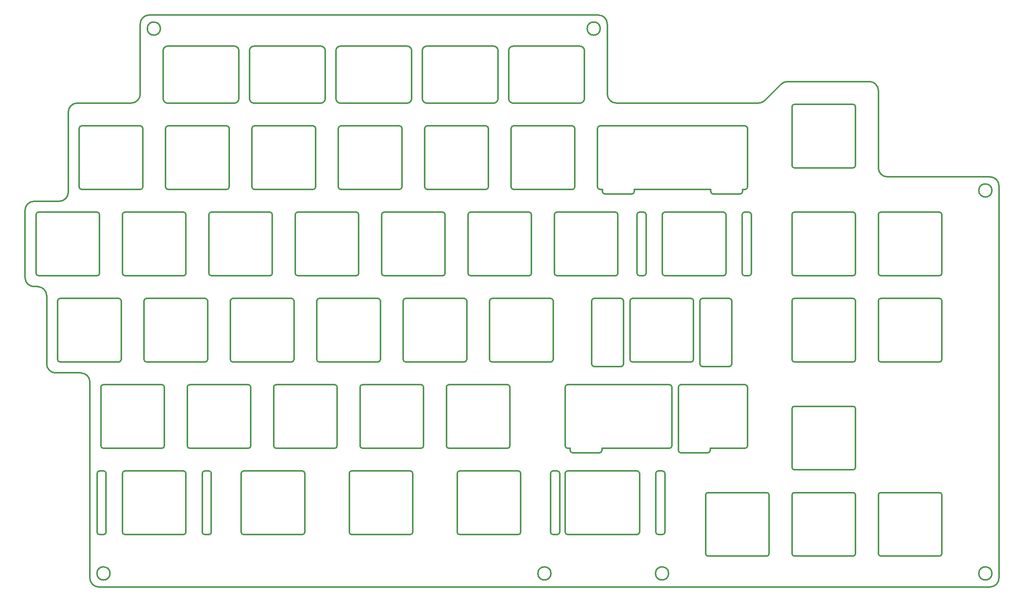
<source format=gm1>
%TF.GenerationSoftware,KiCad,Pcbnew,(6.0.5)*%
%TF.CreationDate,2022-07-28T20:29:51-06:00*%
%TF.ProjectId,plate-right,706c6174-652d-4726-9967-68742e6b6963,rev?*%
%TF.SameCoordinates,Original*%
%TF.FileFunction,Profile,NP*%
%FSLAX46Y46*%
G04 Gerber Fmt 4.6, Leading zero omitted, Abs format (unit mm)*
G04 Created by KiCad (PCBNEW (6.0.5)) date 2022-07-28 20:29:51*
%MOMM*%
%LPD*%
G01*
G04 APERTURE LIST*
%TA.AperFunction,Profile*%
%ADD10C,0.300000*%
%TD*%
G04 APERTURE END LIST*
D10*
X141572803Y-84596447D02*
X141572803Y-71596447D01*
X177791553Y-90146353D02*
G75*
G03*
X177291553Y-90646447I47J-500047D01*
G01*
X129141753Y-35418447D02*
G75*
G03*
X128141803Y-34418447I-999953J47D01*
G01*
X232060303Y-133508947D02*
X232060303Y-146508947D01*
X93160303Y-109196447D02*
X80160303Y-109196447D01*
X58185253Y-151846447D02*
G75*
G03*
X60185303Y-153846447I2000047J47D01*
G01*
X152691553Y-128246447D02*
X139691553Y-128246447D01*
X67291803Y-46996453D02*
G75*
G03*
X69291803Y-44996447I-3J2000003D01*
G01*
X159785303Y-128746447D02*
X159785303Y-141746447D01*
X186029053Y-123196353D02*
G75*
G03*
X186529053Y-122696447I47J499953D01*
G01*
X79372753Y-128746447D02*
G75*
G03*
X78872803Y-128246447I-499953J47D01*
G01*
X232060253Y-61283947D02*
G75*
G03*
X234060303Y-63283947I2000047J47D01*
G01*
X48660253Y-104571447D02*
G75*
G03*
X50660303Y-106571447I2000047J47D01*
G01*
X180835303Y-71596447D02*
X180835303Y-84596447D01*
X161785303Y-141746447D02*
X161785303Y-128746447D01*
X65372753Y-141746447D02*
G75*
G03*
X65872803Y-142246447I500047J47D01*
G01*
X91041753Y-35418447D02*
G75*
G03*
X90041803Y-34418447I-999953J47D01*
G01*
X160285303Y-128246403D02*
G75*
G03*
X159785303Y-128746447I-3J-499997D01*
G01*
X202697803Y-66046447D02*
X202110803Y-66046447D01*
X246060303Y-146508947D02*
X246060303Y-133508947D01*
X131491753Y-46018447D02*
G75*
G03*
X132491803Y-47018447I1000047J47D01*
G01*
X80160303Y-123196447D02*
X93160303Y-123196447D01*
X94391803Y-47018447D02*
X109091803Y-47018447D01*
X65372803Y-71596447D02*
X65372803Y-84596447D01*
X131260303Y-123196447D02*
X118260303Y-123196447D01*
X164597803Y-66046447D02*
X151597803Y-66046447D01*
X245560303Y-90146447D02*
X232560303Y-90146447D01*
X122522803Y-84596447D02*
X122522803Y-71596447D01*
X175353553Y-105146447D02*
X169353553Y-105146447D01*
X155072803Y-85096403D02*
G75*
G03*
X155572803Y-84596447I-3J500003D01*
G01*
X109091803Y-47018403D02*
G75*
G03*
X110091803Y-46018447I-3J1000003D01*
G01*
X174622803Y-71596447D02*
X174622803Y-84596447D01*
X88897803Y-65546447D02*
X88897803Y-52546447D01*
X177291553Y-90646447D02*
X177291553Y-103646447D01*
X148191753Y-35418447D02*
G75*
G03*
X147191803Y-34418447I-999953J47D01*
G01*
X65872803Y-85096447D02*
X78872803Y-85096447D01*
X146835303Y-104146447D02*
X159835303Y-104146447D01*
X163504053Y-109196447D02*
X186029053Y-109196447D01*
X107947803Y-52546447D02*
X107947803Y-65546447D01*
X165097753Y-52546447D02*
G75*
G03*
X164597803Y-52046447I-499953J47D01*
G01*
X117472753Y-71596447D02*
G75*
G03*
X116972803Y-71096447I-499953J47D01*
G01*
X195110753Y-66546447D02*
G75*
G03*
X195610803Y-67046447I500047J47D01*
G01*
X159835303Y-104146403D02*
G75*
G03*
X160335303Y-103646447I-3J500003D01*
G01*
X59772803Y-128746447D02*
X59772803Y-141746447D01*
X139691553Y-142246447D02*
X152691553Y-142246447D01*
X55847753Y-65546447D02*
G75*
G03*
X56347803Y-66046447I500047J47D01*
G01*
X178885303Y-142246447D02*
X163504053Y-142246447D01*
X201610803Y-67046403D02*
G75*
G03*
X202110803Y-66546447I-3J500003D01*
G01*
X161122803Y-71096447D02*
X174122803Y-71096447D01*
X167241803Y-46018447D02*
X167241803Y-35418447D01*
X127285253Y-103646447D02*
G75*
G03*
X127785303Y-104146447I500047J47D01*
G01*
X103185253Y-90646447D02*
G75*
G03*
X102685303Y-90146447I-499953J47D01*
G01*
X230060303Y-42233947D02*
X212039845Y-42233947D01*
X232560303Y-104146447D02*
X245560303Y-104146447D01*
X128141803Y-47018403D02*
G75*
G03*
X129141803Y-46018447I-3J1000003D01*
G01*
X107447803Y-66046403D02*
G75*
G03*
X107947803Y-65546447I-3J500003D01*
G01*
X91041803Y-46018447D02*
X91041803Y-35418447D01*
X184435253Y-84596447D02*
G75*
G03*
X184935303Y-85096447I500047J47D01*
G01*
X167241753Y-35418447D02*
G75*
G03*
X166241803Y-34418447I-999953J47D01*
G01*
X105566553Y-128746447D02*
G75*
G03*
X105066553Y-128246447I-499953J47D01*
G01*
X226510303Y-133008947D02*
X213510303Y-133008947D01*
X132491803Y-47018447D02*
X147191803Y-47018447D01*
X178234803Y-66046447D02*
X178234803Y-66546447D01*
X245560303Y-85096403D02*
G75*
G03*
X246060303Y-84596447I-3J500003D01*
G01*
X213510303Y-104146447D02*
X226510303Y-104146447D01*
X99210303Y-109196447D02*
X112210303Y-109196447D01*
X175353553Y-105146353D02*
G75*
G03*
X175853553Y-104646447I47J499953D01*
G01*
X171234803Y-66046447D02*
X170647803Y-66046447D01*
X232060253Y-84596447D02*
G75*
G03*
X232560303Y-85096447I500047J47D01*
G01*
X122235303Y-90646447D02*
X122235303Y-103646447D01*
X227010253Y-47783947D02*
G75*
G03*
X226510303Y-47283947I-499953J47D01*
G01*
X142072803Y-71096447D02*
X155072803Y-71096447D01*
X136022803Y-85096403D02*
G75*
G03*
X136522803Y-84596447I-3J500003D01*
G01*
X82972753Y-141746447D02*
G75*
G03*
X83472803Y-142246447I500047J47D01*
G01*
X88397803Y-66046403D02*
G75*
G03*
X88897803Y-65546447I-3J500003D01*
G01*
X178835253Y-84596447D02*
G75*
G03*
X179335303Y-85096447I500047J47D01*
G01*
X113497803Y-52046403D02*
G75*
G03*
X112997803Y-52546447I-3J-499997D01*
G01*
X58185253Y-108571447D02*
G75*
G03*
X56185303Y-106571447I-1999953J47D01*
G01*
X89685303Y-90146447D02*
X102685303Y-90146447D01*
X136522803Y-71596447D02*
X136522803Y-84596447D01*
X84135253Y-90646447D02*
G75*
G03*
X83635303Y-90146447I-499953J47D01*
G01*
X46322753Y-84596447D02*
G75*
G03*
X46822803Y-85096447I500047J47D01*
G01*
X69847753Y-52546447D02*
G75*
G03*
X69347803Y-52046447I-499953J47D01*
G01*
X185810303Y-150846447D02*
G75*
G03*
X185810303Y-150846447I-1450000J0D01*
G01*
X65872803Y-128246447D02*
X78872803Y-128246447D01*
X50660303Y-106571447D02*
X56185303Y-106571447D01*
X155072803Y-85096447D02*
X142072803Y-85096447D01*
X199229553Y-105146353D02*
G75*
G03*
X199729553Y-104646447I47J499953D01*
G01*
X45897803Y-68671453D02*
G75*
G03*
X43897803Y-70671447I-3J-1999997D01*
G01*
X227010303Y-47783947D02*
X227010303Y-60783947D01*
X74110303Y-123196403D02*
G75*
G03*
X74610303Y-122696447I-3J500003D01*
G01*
X227010303Y-71596447D02*
X227010303Y-84596447D01*
X192729553Y-90646447D02*
X192729553Y-104646447D01*
X257110303Y-150846447D02*
G75*
G03*
X257110303Y-150846447I-1450000J0D01*
G01*
X112441803Y-35418447D02*
X112441803Y-46018447D01*
X198435253Y-71596447D02*
G75*
G03*
X197935303Y-71096447I-499953J47D01*
G01*
X213510303Y-113958903D02*
G75*
G03*
X213010303Y-114458947I-3J-499997D01*
G01*
X203197753Y-109696447D02*
G75*
G03*
X202697803Y-109196447I-499953J47D01*
G01*
X123022803Y-71096403D02*
G75*
G03*
X122522803Y-71596447I-3J-499997D01*
G01*
X203197803Y-52546447D02*
X203197803Y-65546447D01*
X112710303Y-109696447D02*
X112710303Y-122696447D01*
X131760303Y-109696447D02*
X131760303Y-122696447D01*
X163504053Y-109196353D02*
G75*
G03*
X163004053Y-109696447I47J-500047D01*
G01*
X127285303Y-90646447D02*
X127285303Y-103646447D01*
X194967053Y-123196447D02*
X202697803Y-123196447D01*
X187967053Y-123696447D02*
G75*
G03*
X188467053Y-124196447I500047J47D01*
G01*
X184935303Y-71096447D02*
X197935303Y-71096447D01*
X132047803Y-52546447D02*
X132047803Y-65546447D01*
X184935303Y-71096403D02*
G75*
G03*
X184435303Y-71596447I-3J-499997D01*
G01*
X232560303Y-85096447D02*
X245560303Y-85096447D01*
X183485303Y-128246447D02*
X184485303Y-128246447D01*
X170147803Y-65546447D02*
X170147803Y-52546447D01*
X69847803Y-65546447D02*
X69847803Y-52546447D01*
X213510303Y-47283947D02*
X226510303Y-47283947D01*
X78872803Y-85096403D02*
G75*
G03*
X79372803Y-84596447I-3J500003D01*
G01*
X115379053Y-141746447D02*
G75*
G03*
X115879053Y-142246447I500047J47D01*
G01*
X56347803Y-52046403D02*
G75*
G03*
X55847803Y-52546447I-3J-499997D01*
G01*
X160335303Y-103646447D02*
X160335303Y-90646447D01*
X103972803Y-71096447D02*
X116972803Y-71096447D01*
X150310303Y-123196403D02*
G75*
G03*
X150810303Y-122696447I-3J500003D01*
G01*
X45897803Y-87521447D02*
X46660303Y-87521447D01*
X78872803Y-142246447D02*
X65872803Y-142246447D01*
X60272803Y-128246403D02*
G75*
G03*
X59772803Y-128746447I-3J-499997D01*
G01*
X147191803Y-34418447D02*
X132491803Y-34418447D01*
X58185303Y-108571447D02*
X58185303Y-151846447D01*
X151597803Y-52046403D02*
G75*
G03*
X151097803Y-52546447I-3J-499997D01*
G01*
X43897753Y-85521447D02*
G75*
G03*
X45897803Y-87521447I2000047J47D01*
G01*
X126997803Y-52546447D02*
X126997803Y-65546447D01*
X116972803Y-85096447D02*
X103972803Y-85096447D01*
X56347803Y-66046447D02*
X69347803Y-66046447D01*
X151541803Y-34418403D02*
G75*
G03*
X150541803Y-35418447I-3J-999997D01*
G01*
X126497803Y-66046403D02*
G75*
G03*
X126997803Y-65546447I-3J500003D01*
G01*
X94447803Y-52046447D02*
X107447803Y-52046447D01*
X108235253Y-103646447D02*
G75*
G03*
X108735303Y-104146447I500047J47D01*
G01*
X97922803Y-85096403D02*
G75*
G03*
X98422803Y-84596447I-3J500003D01*
G01*
X89185303Y-103646447D02*
X89185303Y-90646447D01*
X227010303Y-127458947D02*
X227010303Y-114458947D01*
X226510303Y-127958903D02*
G75*
G03*
X227010303Y-127458947I-3J500003D01*
G01*
X117760303Y-122696447D02*
X117760303Y-109696447D01*
X164091053Y-123196447D02*
X163504053Y-123196447D01*
X94447803Y-52046403D02*
G75*
G03*
X93947803Y-52546447I-3J-499997D01*
G01*
X195110803Y-66046447D02*
X178234803Y-66046447D01*
X84972753Y-128746447D02*
G75*
G03*
X84472803Y-128246447I-499953J47D01*
G01*
X193960303Y-146508947D02*
X193960303Y-133508947D01*
X116972803Y-85096403D02*
G75*
G03*
X117472803Y-84596447I-3J500003D01*
G01*
X153191553Y-141746447D02*
X153191553Y-128746447D01*
X163504053Y-128246353D02*
G75*
G03*
X163004053Y-128746447I47J-500047D01*
G01*
X60185303Y-153846447D02*
X256660303Y-153846447D01*
X177291553Y-103646447D02*
G75*
G03*
X177791553Y-104146447I500047J47D01*
G01*
X213010253Y-146508947D02*
G75*
G03*
X213510303Y-147008947I500047J47D01*
G01*
X226510303Y-104146403D02*
G75*
G03*
X227010303Y-103646447I-3J500003D01*
G01*
X147191803Y-47018403D02*
G75*
G03*
X148191803Y-46018447I-3J1000003D01*
G01*
X93660253Y-109696447D02*
G75*
G03*
X93160303Y-109196447I-499953J47D01*
G01*
X172291753Y-29546447D02*
G75*
G03*
X170291803Y-27546447I-1999953J47D01*
G01*
X183485303Y-128246403D02*
G75*
G03*
X182985303Y-128746447I-3J-499997D01*
G01*
X110091803Y-46018447D02*
X110091803Y-35418447D01*
X84472803Y-142246403D02*
G75*
G03*
X84972803Y-141746447I-3J500003D01*
G01*
X150310303Y-109196447D02*
X137310303Y-109196447D01*
X65372753Y-84596447D02*
G75*
G03*
X65872803Y-85096447I500047J47D01*
G01*
X203197803Y-122696447D02*
X203197803Y-109696447D01*
X112441753Y-46018447D02*
G75*
G03*
X113441803Y-47018447I1000047J47D01*
G01*
X146335253Y-103646447D02*
G75*
G03*
X146835303Y-104146447I500047J47D01*
G01*
X84922803Y-71096403D02*
G75*
G03*
X84422803Y-71596447I-3J-499997D01*
G01*
X142072803Y-71096403D02*
G75*
G03*
X141572803Y-71596447I-3J-499997D01*
G01*
X74341753Y-46018447D02*
G75*
G03*
X75341803Y-47018447I1000047J47D01*
G01*
X75341803Y-47018447D02*
X90041803Y-47018447D01*
X92066553Y-142246447D02*
X105066553Y-142246447D01*
X258660253Y-65283947D02*
G75*
G03*
X256660303Y-63283947I-1999953J47D01*
G01*
X159785253Y-141746447D02*
G75*
G03*
X160285303Y-142246447I500047J47D01*
G01*
X171234803Y-66546447D02*
X171234803Y-66046447D01*
X191291553Y-90646447D02*
G75*
G03*
X190791553Y-90146447I-499953J47D01*
G01*
X78872803Y-71096447D02*
X65872803Y-71096447D01*
X213510303Y-133008903D02*
G75*
G03*
X213010303Y-133508947I-3J-499997D01*
G01*
X258660303Y-151846447D02*
X258660303Y-65283947D01*
X171234753Y-66546447D02*
G75*
G03*
X171734803Y-67046447I500047J47D01*
G01*
X74897753Y-65546447D02*
G75*
G03*
X75397803Y-66046447I500047J47D01*
G01*
X91566553Y-128746447D02*
X91566553Y-141746447D01*
X179385303Y-128746447D02*
X179385303Y-141746447D01*
X160622803Y-84596447D02*
X160622803Y-71596447D01*
X163004053Y-141746447D02*
G75*
G03*
X163504053Y-142246447I500047J47D01*
G01*
X79660303Y-109696447D02*
X79660303Y-122696447D01*
X213010303Y-133508947D02*
X213010303Y-146508947D01*
X141285303Y-103646447D02*
X141285303Y-90646447D01*
X161785253Y-128746447D02*
G75*
G03*
X161285303Y-128246447I-499953J47D01*
G01*
X226510303Y-90146447D02*
X213510303Y-90146447D01*
X159872803Y-150846447D02*
G75*
G03*
X159872803Y-150846447I-1450000J0D01*
G01*
X170591053Y-124196353D02*
G75*
G03*
X171091053Y-123696447I47J499953D01*
G01*
X161285303Y-128246447D02*
X160285303Y-128246447D01*
X102685303Y-104146447D02*
X89685303Y-104146447D01*
X202535303Y-71096447D02*
X203535303Y-71096447D01*
X232560303Y-133008903D02*
G75*
G03*
X232060303Y-133508947I-3J-499997D01*
G01*
X232060253Y-44233947D02*
G75*
G03*
X230060303Y-42233947I-1999953J47D01*
G01*
X160622753Y-84596447D02*
G75*
G03*
X161122803Y-85096447I500047J47D01*
G01*
X105066553Y-128246447D02*
X92066553Y-128246447D01*
X74110303Y-123196447D02*
X61110303Y-123196447D01*
X146335303Y-90646447D02*
X146335303Y-103646447D01*
X131760253Y-109696447D02*
G75*
G03*
X131260303Y-109196447I-499953J47D01*
G01*
X227010253Y-71596447D02*
G75*
G03*
X226510303Y-71096447I-499953J47D01*
G01*
X90041803Y-34418447D02*
X75341803Y-34418447D01*
X194460303Y-133008903D02*
G75*
G03*
X193960303Y-133508947I-3J-499997D01*
G01*
X179335303Y-71096403D02*
G75*
G03*
X178835303Y-71596447I-3J-499997D01*
G01*
X105066553Y-142246353D02*
G75*
G03*
X105566553Y-141746447I47J499953D01*
G01*
X150810253Y-109696447D02*
G75*
G03*
X150310303Y-109196447I-499953J47D01*
G01*
X59822803Y-71096447D02*
X46822803Y-71096447D01*
X132047753Y-65546447D02*
G75*
G03*
X132547803Y-66046447I500047J47D01*
G01*
X232560303Y-71096403D02*
G75*
G03*
X232060303Y-71596447I-3J-499997D01*
G01*
X136810253Y-122696447D02*
G75*
G03*
X137310303Y-123196447I500047J47D01*
G01*
X93660303Y-122696447D02*
X93660303Y-109696447D01*
X152691553Y-142246353D02*
G75*
G03*
X153191553Y-141746447I47J499953D01*
G01*
X187967053Y-109696447D02*
X187967053Y-123696447D01*
X139691553Y-128246353D02*
G75*
G03*
X139191553Y-128746447I47J-500047D01*
G01*
X170291803Y-27546447D02*
X71291803Y-27546447D01*
X83635303Y-104146403D02*
G75*
G03*
X84135303Y-103646447I-3J500003D01*
G01*
X168853553Y-104646447D02*
X168853553Y-90646447D01*
X169353553Y-90146353D02*
G75*
G03*
X168853553Y-90646447I47J-500047D01*
G01*
X194460303Y-133008947D02*
X207460303Y-133008947D01*
X61772803Y-141746447D02*
X61772803Y-128746447D01*
X203535303Y-85096447D02*
X202535303Y-85096447D01*
X88897753Y-52546447D02*
G75*
G03*
X88397803Y-52046447I-499953J47D01*
G01*
X103472753Y-84596447D02*
G75*
G03*
X103972803Y-85096447I500047J47D01*
G01*
X155572753Y-71596447D02*
G75*
G03*
X155072803Y-71096447I-499953J47D01*
G01*
X207960303Y-133508947D02*
X207960303Y-146508947D01*
X78872803Y-142246403D02*
G75*
G03*
X79372803Y-141746447I-3J500003D01*
G01*
X92066553Y-128246353D02*
G75*
G03*
X91566553Y-128746447I47J-500047D01*
G01*
X122235253Y-90646447D02*
G75*
G03*
X121735303Y-90146447I-499953J47D01*
G01*
X60322753Y-71596447D02*
G75*
G03*
X59822803Y-71096447I-499953J47D01*
G01*
X55847803Y-52546447D02*
X55847803Y-65546447D01*
X202035303Y-84596447D02*
X202035303Y-71596447D01*
X161285303Y-142246403D02*
G75*
G03*
X161785303Y-141746447I-3J500003D01*
G01*
X194967053Y-123696447D02*
X194967053Y-123196447D01*
X150541803Y-35418447D02*
X150541803Y-46018447D01*
X168853553Y-104646447D02*
G75*
G03*
X169353553Y-105146447I500047J47D01*
G01*
X131491803Y-35418447D02*
X131491803Y-46018447D01*
X132547803Y-66046447D02*
X145547803Y-66046447D01*
X213510303Y-71096447D02*
X226510303Y-71096447D01*
X179385253Y-128746447D02*
G75*
G03*
X178885303Y-128246447I-499953J47D01*
G01*
X202697803Y-123196403D02*
G75*
G03*
X203197803Y-122696447I-3J500003D01*
G01*
X112210303Y-123196403D02*
G75*
G03*
X112710303Y-122696447I-3J500003D01*
G01*
X60272803Y-142246447D02*
X61272803Y-142246447D01*
X177734803Y-67046447D02*
X171734803Y-67046447D01*
X197935303Y-85096403D02*
G75*
G03*
X198435303Y-84596447I-3J500003D01*
G01*
X127785303Y-104146447D02*
X140785303Y-104146447D01*
X226510303Y-85096447D02*
X213510303Y-85096447D01*
X160335253Y-90646447D02*
G75*
G03*
X159835303Y-90146447I-499953J47D01*
G01*
X126997753Y-52546447D02*
G75*
G03*
X126497803Y-52046447I-499953J47D01*
G01*
X103185303Y-90646447D02*
X103185303Y-103646447D01*
X61110303Y-109196447D02*
X74110303Y-109196447D01*
X202035253Y-84596447D02*
G75*
G03*
X202535303Y-85096447I500047J47D01*
G01*
X207460303Y-147008903D02*
G75*
G03*
X207960303Y-146508947I-3J500003D01*
G01*
X226510303Y-61283947D02*
X213510303Y-61283947D01*
X163004053Y-122696447D02*
G75*
G03*
X163504053Y-123196447I500047J47D01*
G01*
X97922803Y-71096447D02*
X84922803Y-71096447D01*
X79372803Y-84596447D02*
X79372803Y-71596447D01*
X146835303Y-90146403D02*
G75*
G03*
X146335303Y-90646447I-3J-499997D01*
G01*
X184485303Y-142246447D02*
X183485303Y-142246447D01*
X121735303Y-104146403D02*
G75*
G03*
X122235303Y-103646447I-3J500003D01*
G01*
X202697803Y-66046403D02*
G75*
G03*
X203197803Y-65546447I-3J500003D01*
G01*
X213510303Y-147008947D02*
X226510303Y-147008947D01*
X246060303Y-103646447D02*
X246060303Y-90646447D01*
X246060303Y-84596447D02*
X246060303Y-71596447D01*
X55422803Y-46996453D02*
G75*
G03*
X53422803Y-48996447I-3J-1999997D01*
G01*
X51085253Y-103646447D02*
G75*
G03*
X51585303Y-104146447I500047J47D01*
G01*
X51585303Y-90146403D02*
G75*
G03*
X51085303Y-90646447I-3J-499997D01*
G01*
X122522753Y-84596447D02*
G75*
G03*
X123022803Y-85096447I500047J47D01*
G01*
X70135253Y-103646447D02*
G75*
G03*
X70635303Y-104146447I500047J47D01*
G01*
X197935303Y-85096447D02*
X184935303Y-85096447D01*
X139191553Y-128746447D02*
X139191553Y-141746447D01*
X137310303Y-123196447D02*
X150310303Y-123196447D01*
X170147753Y-65546447D02*
G75*
G03*
X170647803Y-66046447I500047J47D01*
G01*
X103472803Y-84596447D02*
X103472803Y-71596447D01*
X174122803Y-85096447D02*
X161122803Y-85096447D01*
X245560303Y-104146403D02*
G75*
G03*
X246060303Y-103646447I-3J500003D01*
G01*
X93947753Y-65546447D02*
G75*
G03*
X94447803Y-66046447I500047J47D01*
G01*
X60610253Y-122696447D02*
G75*
G03*
X61110303Y-123196447I500047J47D01*
G01*
X99210303Y-109196403D02*
G75*
G03*
X98710303Y-109696447I-3J-499997D01*
G01*
X257110303Y-66283947D02*
G75*
G03*
X257110303Y-66283947I-1450000J0D01*
G01*
X118260303Y-109196403D02*
G75*
G03*
X117760303Y-109696447I-3J-499997D01*
G01*
X232060303Y-90646447D02*
X232060303Y-103646447D01*
X210625631Y-42819733D02*
X207034704Y-46410661D01*
X84422753Y-84596447D02*
G75*
G03*
X84922803Y-85096447I500047J47D01*
G01*
X188467053Y-109196353D02*
G75*
G03*
X187967053Y-109696447I47J-500047D01*
G01*
X205620491Y-46996447D02*
X174291803Y-46996447D01*
X202697803Y-109196447D02*
X188467053Y-109196447D01*
X190791553Y-90146447D02*
X177791553Y-90146447D01*
X202110803Y-66046447D02*
X202110803Y-66546447D01*
X79660253Y-122696447D02*
G75*
G03*
X80160303Y-123196447I500047J47D01*
G01*
X69291803Y-29546447D02*
X69291803Y-44996447D01*
X205620491Y-46996427D02*
G75*
G03*
X207034704Y-46410661I9J2000027D01*
G01*
X59772753Y-141746447D02*
G75*
G03*
X60272803Y-142246447I500047J47D01*
G01*
X60610303Y-122696447D02*
X60610303Y-109696447D01*
X115879053Y-128246447D02*
X128879053Y-128246447D01*
X232560303Y-90146403D02*
G75*
G03*
X232060303Y-90646447I-3J-499997D01*
G01*
X69347803Y-52046447D02*
X56347803Y-52046447D01*
X79372753Y-71596447D02*
G75*
G03*
X78872803Y-71096447I-499953J47D01*
G01*
X166241803Y-47018403D02*
G75*
G03*
X167241803Y-46018447I-3J1000003D01*
G01*
X169353553Y-90146447D02*
X175353553Y-90146447D01*
X226510303Y-113958947D02*
X213510303Y-113958947D01*
X170741803Y-30546447D02*
G75*
G03*
X170741803Y-30546447I-1450000J0D01*
G01*
X170591053Y-124196447D02*
X164591053Y-124196447D01*
X175853553Y-90646447D02*
G75*
G03*
X175353553Y-90146447I-499953J47D01*
G01*
X186529053Y-109696447D02*
X186529053Y-122696447D01*
X128879053Y-142246353D02*
G75*
G03*
X129379053Y-141746447I47J499953D01*
G01*
X61272803Y-128246447D02*
X60272803Y-128246447D01*
X202535303Y-71096403D02*
G75*
G03*
X202035303Y-71596447I-3J-499997D01*
G01*
X94391803Y-34418403D02*
G75*
G03*
X93391803Y-35418447I-3J-999997D01*
G01*
X226510303Y-61283903D02*
G75*
G03*
X227010303Y-60783947I-3J500003D01*
G01*
X213510303Y-71096403D02*
G75*
G03*
X213010303Y-71596447I-3J-499997D01*
G01*
X146047803Y-65546447D02*
X146047803Y-52546447D01*
X193229553Y-105146447D02*
X199229553Y-105146447D01*
X159835303Y-90146447D02*
X146835303Y-90146447D01*
X98422803Y-84596447D02*
X98422803Y-71596447D01*
X166241803Y-34418447D02*
X151541803Y-34418447D01*
X75341803Y-34418403D02*
G75*
G03*
X74341803Y-35418447I-3J-999997D01*
G01*
X204035303Y-71596447D02*
X204035303Y-84596447D01*
X199729553Y-90646447D02*
G75*
G03*
X199229553Y-90146447I-499953J47D01*
G01*
X207460303Y-147008947D02*
X194460303Y-147008947D01*
X93947803Y-65546447D02*
X93947803Y-52546447D01*
X51422803Y-68671447D02*
X45897803Y-68671447D01*
X75397803Y-66046447D02*
X88397803Y-66046447D01*
X212039845Y-42233994D02*
G75*
G03*
X210625631Y-42819733I-45J-2000006D01*
G01*
X151541803Y-47018447D02*
X166241803Y-47018447D01*
X146047753Y-52546447D02*
G75*
G03*
X145547803Y-52046447I-499953J47D01*
G01*
X112997753Y-65546447D02*
G75*
G03*
X113497803Y-66046447I500047J47D01*
G01*
X140785303Y-90146447D02*
X127785303Y-90146447D01*
X164091053Y-123696447D02*
G75*
G03*
X164591053Y-124196447I500047J47D01*
G01*
X51422803Y-68671453D02*
G75*
G03*
X53422803Y-66671447I-3J2000003D01*
G01*
X165097803Y-52546447D02*
X165097803Y-65546447D01*
X48660253Y-89521447D02*
G75*
G03*
X46660303Y-87521447I-1999953J47D01*
G01*
X112997803Y-65546447D02*
X112997803Y-52546447D01*
X213510303Y-127958947D02*
X226510303Y-127958947D01*
X82972803Y-141746447D02*
X82972803Y-128746447D01*
X93391753Y-46018447D02*
G75*
G03*
X94391803Y-47018447I1000047J47D01*
G01*
X109091803Y-34418447D02*
X94391803Y-34418447D01*
X61110303Y-109196403D02*
G75*
G03*
X60610303Y-109696447I-3J-499997D01*
G01*
X113497803Y-52046447D02*
X126497803Y-52046447D01*
X232060253Y-146508947D02*
G75*
G03*
X232560303Y-147008947I500047J47D01*
G01*
X180835253Y-71596447D02*
G75*
G03*
X180335303Y-71096447I-499953J47D01*
G01*
X93391803Y-35418447D02*
X93391803Y-46018447D01*
X207960253Y-133508947D02*
G75*
G03*
X207460303Y-133008947I-499953J47D01*
G01*
X246060253Y-133508947D02*
G75*
G03*
X245560303Y-133008947I-499953J47D01*
G01*
X112710253Y-109696447D02*
G75*
G03*
X112210303Y-109196447I-499953J47D01*
G01*
X61272803Y-142246403D02*
G75*
G03*
X61772803Y-141746447I-3J500003D01*
G01*
X164091053Y-123696447D02*
X164091053Y-123196447D01*
X256660303Y-63283947D02*
X234060303Y-63283947D01*
X70635303Y-90146447D02*
X83635303Y-90146447D01*
X115379053Y-141746447D02*
X115379053Y-128746447D01*
X136522753Y-71596447D02*
G75*
G03*
X136022803Y-71096447I-499953J47D01*
G01*
X180335303Y-85096403D02*
G75*
G03*
X180835303Y-84596447I-3J500003D01*
G01*
X155572803Y-71596447D02*
X155572803Y-84596447D01*
X132547803Y-52046403D02*
G75*
G03*
X132047803Y-52546447I-3J-499997D01*
G01*
X84135303Y-90646447D02*
X84135303Y-103646447D01*
X51085303Y-103646447D02*
X51085303Y-90646447D01*
X69347803Y-66046403D02*
G75*
G03*
X69847803Y-65546447I-3J500003D01*
G01*
X150541753Y-46018447D02*
G75*
G03*
X151541803Y-47018447I1000047J47D01*
G01*
X108235303Y-103646447D02*
X108235303Y-90646447D01*
X70635303Y-90146403D02*
G75*
G03*
X70135303Y-90646447I-3J-499997D01*
G01*
X195110803Y-66546447D02*
X195110803Y-66046447D01*
X201610803Y-67046447D02*
X195610803Y-67046447D01*
X151097753Y-65546447D02*
G75*
G03*
X151597803Y-66046447I500047J47D01*
G01*
X46822803Y-71096403D02*
G75*
G03*
X46322803Y-71596447I-3J-499997D01*
G01*
X46822803Y-85096447D02*
X59822803Y-85096447D01*
X59822803Y-85096403D02*
G75*
G03*
X60322803Y-84596447I-3J500003D01*
G01*
X184485303Y-142246403D02*
G75*
G03*
X184985303Y-141746447I-3J500003D01*
G01*
X178885303Y-142246403D02*
G75*
G03*
X179385303Y-141746447I-3J500003D01*
G01*
X148191803Y-46018447D02*
X148191803Y-35418447D01*
X129379053Y-128746447D02*
G75*
G03*
X128879053Y-128246447I-499953J47D01*
G01*
X199729553Y-104646447D02*
X199729553Y-90646447D01*
X140785303Y-104146403D02*
G75*
G03*
X141285303Y-103646447I-3J500003D01*
G01*
X136022803Y-85096447D02*
X123022803Y-85096447D01*
X172291803Y-44996447D02*
X172291803Y-29546447D01*
X84472803Y-142246447D02*
X83472803Y-142246447D01*
X184985303Y-128746447D02*
X184985303Y-141746447D01*
X203197753Y-52546447D02*
G75*
G03*
X202697803Y-52046447I-499953J47D01*
G01*
X65872803Y-71096403D02*
G75*
G03*
X65372803Y-71596447I-3J-499997D01*
G01*
X204035253Y-71596447D02*
G75*
G03*
X203535303Y-71096447I-499953J47D01*
G01*
X153191553Y-128746447D02*
G75*
G03*
X152691553Y-128246447I-499953J47D01*
G01*
X83472803Y-128246447D02*
X84472803Y-128246447D01*
X88397803Y-52046447D02*
X75397803Y-52046447D01*
X127785303Y-90146403D02*
G75*
G03*
X127285303Y-90646447I-3J-499997D01*
G01*
X71291803Y-27546403D02*
G75*
G03*
X69291803Y-29546447I-3J-1999997D01*
G01*
X74341803Y-35418447D02*
X74341803Y-46018447D01*
X118260303Y-109196447D02*
X131260303Y-109196447D01*
X84922803Y-85096447D02*
X97922803Y-85096447D01*
X245560303Y-71096447D02*
X232560303Y-71096447D01*
X213010303Y-84596447D02*
X213010303Y-71596447D01*
X232560303Y-147008947D02*
X245560303Y-147008947D01*
X126497803Y-66046447D02*
X113497803Y-66046447D01*
X227010303Y-146508947D02*
X227010303Y-133508947D01*
X170647803Y-52046447D02*
X202697803Y-52046447D01*
X73741803Y-30546447D02*
G75*
G03*
X73741803Y-30546447I-1450000J0D01*
G01*
X174122803Y-85096403D02*
G75*
G03*
X174622803Y-84596447I-3J500003D01*
G01*
X151097803Y-65546447D02*
X151097803Y-52546447D01*
X163004053Y-141746447D02*
X163004053Y-128746447D01*
X83472803Y-128246403D02*
G75*
G03*
X82972803Y-128746447I-3J-499997D01*
G01*
X91566553Y-141746447D02*
G75*
G03*
X92066553Y-142246447I500047J47D01*
G01*
X107447803Y-66046447D02*
X94447803Y-66046447D01*
X51585303Y-90146447D02*
X64585303Y-90146447D01*
X74610253Y-109696447D02*
G75*
G03*
X74110303Y-109196447I-499953J47D01*
G01*
X192729553Y-104646447D02*
G75*
G03*
X193229553Y-105146447I500047J47D01*
G01*
X184985253Y-128746447D02*
G75*
G03*
X184485303Y-128246447I-499953J47D01*
G01*
X108735303Y-90146447D02*
X121735303Y-90146447D01*
X117472803Y-71596447D02*
X117472803Y-84596447D01*
X182985303Y-141746447D02*
X182985303Y-128746447D01*
X108735303Y-90146403D02*
G75*
G03*
X108235303Y-90646447I-3J-499997D01*
G01*
X170647803Y-52046403D02*
G75*
G03*
X170147803Y-52546447I-3J-499997D01*
G01*
X90041803Y-47018403D02*
G75*
G03*
X91041803Y-46018447I-3J1000003D01*
G01*
X213510303Y-47283903D02*
G75*
G03*
X213010303Y-47783947I-3J-499997D01*
G01*
X65085303Y-90646447D02*
X65085303Y-103646447D01*
X232060303Y-71596447D02*
X232060303Y-84596447D01*
X163504053Y-128246447D02*
X178885303Y-128246447D01*
X129141803Y-46018447D02*
X129141803Y-35418447D01*
X48660303Y-89521447D02*
X48660303Y-104571447D01*
X61772753Y-128746447D02*
G75*
G03*
X61272803Y-128246447I-499953J47D01*
G01*
X246060253Y-71596447D02*
G75*
G03*
X245560303Y-71096447I-499953J47D01*
G01*
X213010253Y-84596447D02*
G75*
G03*
X213510303Y-85096447I500047J47D01*
G01*
X110091753Y-35418447D02*
G75*
G03*
X109091803Y-34418447I-999953J47D01*
G01*
X43897803Y-70671447D02*
X43897803Y-85521447D01*
X74610303Y-109696447D02*
X74610303Y-122696447D01*
X177734803Y-67046403D02*
G75*
G03*
X178234803Y-66546447I-3J500003D01*
G01*
X246060253Y-90646447D02*
G75*
G03*
X245560303Y-90146447I-499953J47D01*
G01*
X186529053Y-109696447D02*
G75*
G03*
X186029053Y-109196447I-499953J47D01*
G01*
X128141803Y-34418447D02*
X113441803Y-34418447D01*
X227010253Y-114458947D02*
G75*
G03*
X226510303Y-113958947I-499953J47D01*
G01*
X46322803Y-71596447D02*
X46322803Y-84596447D01*
X164597803Y-66046403D02*
G75*
G03*
X165097803Y-65546447I-3J500003D01*
G01*
X65372803Y-141746447D02*
X65372803Y-128746447D01*
X113441803Y-34418403D02*
G75*
G03*
X112441803Y-35418447I-3J-999997D01*
G01*
X103972803Y-71096403D02*
G75*
G03*
X103472803Y-71596447I-3J-499997D01*
G01*
X123022803Y-71096447D02*
X136022803Y-71096447D01*
X151597803Y-52046447D02*
X164597803Y-52046447D01*
X175853553Y-90646447D02*
X175853553Y-104646447D01*
X83635303Y-104146447D02*
X70635303Y-104146447D01*
X112210303Y-123196447D02*
X99210303Y-123196447D01*
X115879053Y-128246353D02*
G75*
G03*
X115379053Y-128746447I47J-500047D01*
G01*
X184435303Y-84596447D02*
X184435303Y-71596447D01*
X131260303Y-123196403D02*
G75*
G03*
X131760303Y-122696447I-3J500003D01*
G01*
X136810303Y-109696447D02*
X136810303Y-122696447D01*
X98422753Y-71596447D02*
G75*
G03*
X97922803Y-71096447I-499953J47D01*
G01*
X198435303Y-71596447D02*
X198435303Y-84596447D01*
X60322803Y-84596447D02*
X60322803Y-71596447D01*
X213010253Y-127458947D02*
G75*
G03*
X213510303Y-127958947I500047J47D01*
G01*
X245560303Y-147008903D02*
G75*
G03*
X246060303Y-146508947I-3J500003D01*
G01*
X179335303Y-71096447D02*
X180335303Y-71096447D01*
X70135303Y-103646447D02*
X70135303Y-90646447D01*
X213010303Y-114458947D02*
X213010303Y-127458947D01*
X226510303Y-147008903D02*
G75*
G03*
X227010303Y-146508947I-3J500003D01*
G01*
X129379053Y-128746447D02*
X129379053Y-141746447D01*
X191291553Y-103646447D02*
X191291553Y-90646447D01*
X93160303Y-123196403D02*
G75*
G03*
X93660303Y-122696447I-3J500003D01*
G01*
X117760253Y-122696447D02*
G75*
G03*
X118260303Y-123196447I500047J47D01*
G01*
X226510303Y-85096403D02*
G75*
G03*
X227010303Y-84596447I-3J500003D01*
G01*
X199229553Y-90146447D02*
X193229553Y-90146447D01*
X213510303Y-90146403D02*
G75*
G03*
X213010303Y-90646447I-3J-499997D01*
G01*
X160285303Y-142246447D02*
X161285303Y-142246447D01*
X80160303Y-109196403D02*
G75*
G03*
X79660303Y-109696447I-3J-499997D01*
G01*
X98710253Y-122696447D02*
G75*
G03*
X99210303Y-123196447I500047J47D01*
G01*
X107947753Y-52546447D02*
G75*
G03*
X107447803Y-52046447I-499953J47D01*
G01*
X137310303Y-109196403D02*
G75*
G03*
X136810303Y-109696447I-3J-499997D01*
G01*
X213010303Y-90646447D02*
X213010303Y-103646447D01*
X67291803Y-46996447D02*
X55422803Y-46996447D01*
X172291753Y-44996447D02*
G75*
G03*
X174291803Y-46996447I2000047J47D01*
G01*
X145547803Y-52046447D02*
X132547803Y-52046447D01*
X139191553Y-141746447D02*
G75*
G03*
X139691553Y-142246447I500047J47D01*
G01*
X232060253Y-103646447D02*
G75*
G03*
X232560303Y-104146447I500047J47D01*
G01*
X84422803Y-71596447D02*
X84422803Y-84596447D01*
X194467053Y-124196353D02*
G75*
G03*
X194967053Y-123696447I47J499953D01*
G01*
X193229553Y-90146353D02*
G75*
G03*
X192729553Y-90646447I47J-500047D01*
G01*
X227010253Y-90646447D02*
G75*
G03*
X226510303Y-90146447I-499953J47D01*
G01*
X102685303Y-104146403D02*
G75*
G03*
X103185303Y-103646447I-3J500003D01*
G01*
X193960253Y-146508947D02*
G75*
G03*
X194460303Y-147008947I500047J47D01*
G01*
X163004053Y-122696447D02*
X163004053Y-109696447D01*
X171091053Y-123196447D02*
X171091053Y-123696447D01*
X53422803Y-48996447D02*
X53422803Y-66671447D01*
X145547803Y-66046403D02*
G75*
G03*
X146047803Y-65546447I-3J500003D01*
G01*
X213010253Y-60783947D02*
G75*
G03*
X213510303Y-61283947I500047J47D01*
G01*
X227010253Y-133508947D02*
G75*
G03*
X226510303Y-133008947I-499953J47D01*
G01*
X180335303Y-85096447D02*
X179335303Y-85096447D01*
X79372803Y-128746447D02*
X79372803Y-141746447D01*
X121735303Y-104146447D02*
X108735303Y-104146447D01*
X65085253Y-90646447D02*
G75*
G03*
X64585303Y-90146447I-499953J47D01*
G01*
X188467053Y-124196447D02*
X194467053Y-124196447D01*
X232060303Y-61283947D02*
X232060303Y-44233947D01*
X128879053Y-142246447D02*
X115879053Y-142246447D01*
X190791553Y-104146353D02*
G75*
G03*
X191291553Y-103646447I47J499953D01*
G01*
X89685303Y-90146403D02*
G75*
G03*
X89185303Y-90646447I-3J-499997D01*
G01*
X64585303Y-104146403D02*
G75*
G03*
X65085303Y-103646447I-3J500003D01*
G01*
X182985253Y-141746447D02*
G75*
G03*
X183485303Y-142246447I500047J47D01*
G01*
X113441803Y-47018447D02*
X128141803Y-47018447D01*
X174622753Y-71596447D02*
G75*
G03*
X174122803Y-71096447I-499953J47D01*
G01*
X150810303Y-122696447D02*
X150810303Y-109696447D01*
X245560303Y-133008947D02*
X232560303Y-133008947D01*
X227010303Y-103646447D02*
X227010303Y-90646447D01*
X105566553Y-141746447D02*
X105566553Y-128746447D01*
X178835303Y-84596447D02*
X178835303Y-71596447D01*
X62635303Y-150846447D02*
G75*
G03*
X62635303Y-150846447I-1450000J0D01*
G01*
X74897803Y-52546447D02*
X74897803Y-65546447D01*
X98710303Y-122696447D02*
X98710303Y-109696447D01*
X213010303Y-60783947D02*
X213010303Y-47783947D01*
X132491803Y-34418403D02*
G75*
G03*
X131491803Y-35418447I-3J-999997D01*
G01*
X186029053Y-123196447D02*
X171091053Y-123196447D01*
X161122803Y-71096403D02*
G75*
G03*
X160622803Y-71596447I-3J-499997D01*
G01*
X203535303Y-85096403D02*
G75*
G03*
X204035303Y-84596447I-3J500003D01*
G01*
X65872803Y-128246403D02*
G75*
G03*
X65372803Y-128746447I-3J-499997D01*
G01*
X75397803Y-52046403D02*
G75*
G03*
X74897803Y-52546447I-3J-499997D01*
G01*
X89185253Y-103646447D02*
G75*
G03*
X89685303Y-104146447I500047J47D01*
G01*
X177791553Y-104146447D02*
X190791553Y-104146447D01*
X141572753Y-84596447D02*
G75*
G03*
X142072803Y-85096447I500047J47D01*
G01*
X213010253Y-103646447D02*
G75*
G03*
X213510303Y-104146447I500047J47D01*
G01*
X141285253Y-90646447D02*
G75*
G03*
X140785303Y-90146447I-499953J47D01*
G01*
X256660303Y-153846403D02*
G75*
G03*
X258660303Y-151846447I-3J2000003D01*
G01*
X84972803Y-128746447D02*
X84972803Y-141746447D01*
X64585303Y-104146447D02*
X51585303Y-104146447D01*
M02*

</source>
